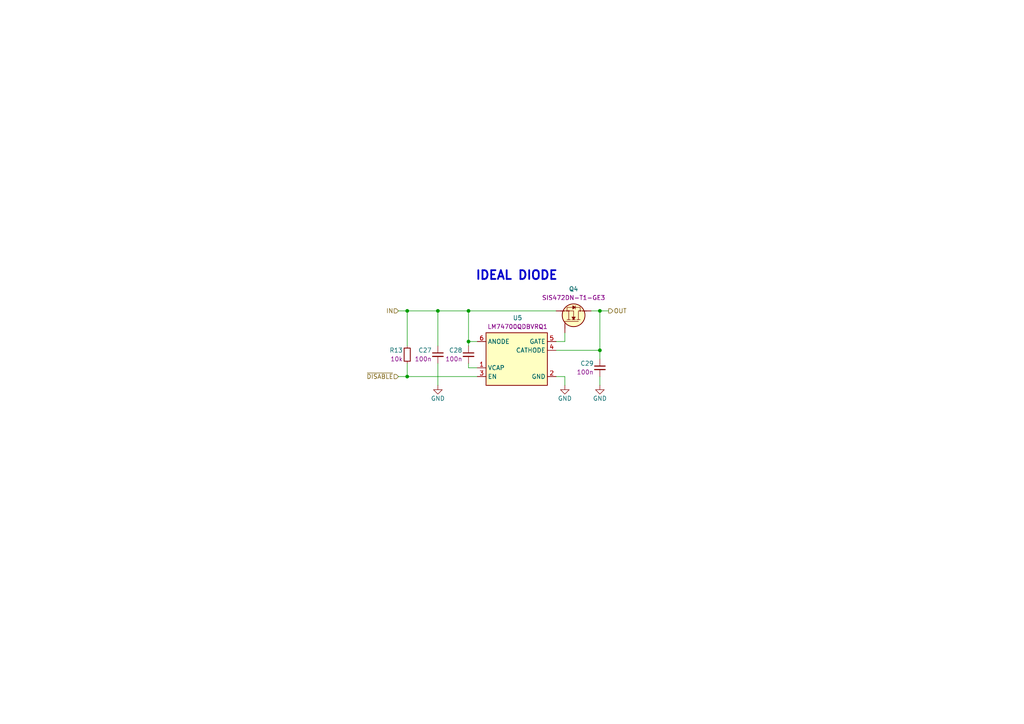
<source format=kicad_sch>
(kicad_sch (version 20250114) (generator "eeschema") (generator_version "9.0")
  (paper "A4")
  (title_block (title "ModuCard CM5 module") (date "2025-07-05") (rev "1.0.0") (company "KoNaR") (comment 1 "Project author: Dominik Pluta"))
  (lib_symbols
    (symbol "DW-ICs:LM74700QDBVRQ1"
      (property "Reference" "U" (at 35.56 0 0))
      (property "MPN" "LM74700QDBVRQ1" (at 35.56 -15.24 0))
      (symbol "LM74700QDBVRQ1_1_1"
        (rectangle (start 2.54 2.54) (end 20.32 -12.7) (stroke (width 0.254)) (fill (type background)))
        (pin power_in line (at 0 0 0) (length 2.54) (name "ANODE") (number "6"))
        (pin passive line (at 0 -7.62 0) (length 2.54) (name "VCAP") (number "1"))
        (pin input line (at 0 -10.16 0) (length 2.54) (name "EN") (number "3"))
        (pin output line (at 22.86 0 180) (length 2.54) (name "GATE") (number "5"))
        (pin passive line (at 22.86 -2.54 180) (length 2.54) (name "CATHODE") (number "4"))
        (pin power_in line (at 22.86 -10.16 180) (length 2.54) (name "GND") (number "2"))
      )
    )
    (symbol "DW-capacitors:C-100n-0402" (pin_numbers (hide yes)) (pin_names (hide yes))
      (property "Reference" "C" (at 12.7 0 0))
      (property "Val" "100n" (at 12.7 -20.32 0))
      (symbol "C-100n-0402_0_1"
        (polyline (pts (xy 2.032 -1.524) (xy 2.032 1.524)) (stroke (width 0.3048)))
        (polyline (pts (xy 3.048 -1.524) (xy 3.048 1.524)) (stroke (width 0.3302)))
      )
      (symbol "C-100n-0402_1_1"
        (pin passive line (at 0 0 0) (length 2.032) (name "~") (number "1"))
        (pin passive line (at 5.08 0 180) (length 2.032) (name "~") (number "2"))
      )
    )
    (symbol "DW-power-symbols:GND" (power) (pin_numbers (hide yes)) (pin_names (offset 0) (hide yes))
      (property "Value" "GND" (at 0 -3.81 0))
      (symbol "GND_0_1"
        (polyline (pts (xy 0 0) (xy 0 -1.27) (xy 1.27 -1.27) (xy 0 -2.54) (xy -1.27 -1.27) (xy 0 -1.27)))
      )
      (symbol "GND_1_1"
        (pin power_in line (at 0 0 270) (length 0) (name "~") (number "1"))
      )
    )
    (symbol "DW-resistors:R-10k-0402" (pin_numbers (hide yes)) (pin_names (offset 0) (hide yes))
      (property "Reference" "R" (at 12.7 0 0))
      (property "Val" "10k" (at 12.7 -20.32 0))
      (symbol "R-10k-0402_0_1"
        (rectangle (start 0.635 0.889) (end 4.445 -0.889) (stroke (width 0.254)))
      )
      (symbol "R-10k-0402_1_1"
        (pin passive line (at 0 0 0) (length 0.635) (name "~") (number "1"))
        (pin passive line (at 5.08 0 180) (length 0.635) (name "~") (number "2"))
      )
    )
    (symbol "DW-transistors:SIS472DN-T1-GE3" (pin_numbers (hide yes)) (pin_names (offset 0) (hide yes))
      (property "Reference" "Q" (at 10.16 0 0))
      (property "MPN" "SIS472DN-T1-GE3" (at 10.16 -15.24 0))
      (symbol "SIS472DN-T1-GE3_1_1"
        (polyline (pts (xy 1.27 0) (xy 3.302 0) (xy 3.302 3.937)) (stroke (width 0.1524)))
        (polyline (pts (xy 3.81 4.445) (xy 3.81 3.429)) (stroke (width 0.1524)) (fill (type background)))
        (polyline (pts (xy 3.81 2.54) (xy 3.81 3.048)) (stroke (width 0.1524)) (fill (type background)))
        (polyline (pts (xy 3.81 2.54) (xy 3.81 2.032)) (stroke (width 0.1524)) (fill (type background)))
        (polyline (pts (xy 3.81 2.54) (xy 4.572 3.048) (xy 4.572 2.032) (xy 3.81 2.54)) (stroke (width 0.1524)) (fill (type outline)))
        (polyline (pts (xy 3.81 1.143) (xy 3.81 1.651)) (stroke (width 0.1524)) (fill (type background)))
        (polyline (pts (xy 3.81 1.143) (xy 3.81 0.635)) (stroke (width 0.1524)) (fill (type background)))
        (circle (center 5.08 2.54) (radius 3.302) (stroke (width 0.254)) (fill (type background)))
        (polyline (pts (xy 6.223 0.635) (xy 7.366 0.635) (xy 7.366 3.937) (xy 7.366 4.445) (xy 6.223 4.445)) (stroke (width 0.1524)))
        (polyline (pts (xy 6.35 6.35) (xy 6.35 3.937) (xy 3.81 3.937)) (stroke (width 0.1524)))
        (circle (center 6.35 4.445) (radius 0.127) (stroke (width 0.1524)) (fill (type background)))
        (polyline (pts (xy 6.35 1.143) (xy 3.81 1.143)) (stroke (width 0.1524)) (fill (type background)))
        (circle (center 6.35 1.143) (radius 0.127) (stroke (width 0.1524)) (fill (type background)))
        (circle (center 6.35 0.635) (radius 0.127) (stroke (width 0.1524)) (fill (type background)))
        (polyline (pts (xy 6.35 -1.27) (xy 6.35 2.54) (xy 3.81 2.54)) (stroke (width 0.1524)))
        (polyline (pts (xy 7.366 3.048) (xy 6.858 2.286) (xy 7.874 2.286) (xy 7.366 3.048)) (stroke (width 0.1524)) (fill (type outline)))
        (polyline (pts (xy 7.874 3.048) (xy 6.858 3.048)) (stroke (width 0.1524)) (fill (type background)))
        (pin passive line (at 0 0 0) (length 2.54) (name "G") (number "4"))
        (pin passive line (at 6.35 7.62 270) (length 2.54) (name "D") (number "5"))
        (pin passive line (at 6.35 -2.54 90) (length 2.54) (name "S") (number "1"))
        (pin passive line (at 6.35 -2.54 90) (length 2.54) (hide yes) (name "S") (number "2"))
        (pin passive line (at 6.35 -2.54 90) (length 2.54) (hide yes) (name "S") (number "3"))
      )
    )
  )
  (text "IDEAL DIODE" (at 149.86 80.01 0) (effects (font (size 2.54 2.54) (bold yes))))
  (junction (at 118.11 90.17))
  (junction (at 173.99 101.6))
  (junction (at 173.99 90.17))
  (junction (at 127 90.17))
  (junction (at 135.89 99.06))
  (junction (at 135.89 90.17))
  (junction (at 118.11 109.22))
  (wire (pts (xy 118.11 90.17) (xy 118.11 100.33)))
  (wire (pts (xy 171.45 90.17) (xy 173.99 90.17)))
  (wire (pts (xy 163.83 109.22) (xy 163.83 111.76)))
  (wire (pts (xy 173.99 90.17) (xy 173.99 101.6)))
  (wire (pts (xy 118.11 109.22) (xy 138.43 109.22)))
  (wire (pts (xy 118.11 105.41) (xy 118.11 109.22)))
  (wire (pts (xy 173.99 101.6) (xy 173.99 104.14)))
  (wire (pts (xy 115.57 109.22) (xy 118.11 109.22)))
  (wire (pts (xy 173.99 109.22) (xy 173.99 111.76)))
  (wire (pts (xy 127 105.41) (xy 127 111.76)))
  (wire (pts (xy 161.29 109.22) (xy 163.83 109.22)))
  (wire (pts (xy 163.83 96.52) (xy 163.83 99.06)))
  (wire (pts (xy 135.89 99.06) (xy 135.89 100.33)))
  (wire (pts (xy 138.43 99.06) (xy 135.89 99.06)))
  (wire (pts (xy 173.99 90.17) (xy 176.53 90.17)))
  (wire (pts (xy 127 90.17) (xy 135.89 90.17)))
  (wire (pts (xy 135.89 106.68) (xy 138.43 106.68)))
  (wire (pts (xy 127 90.17) (xy 127 100.33)))
  (wire (pts (xy 135.89 105.41) (xy 135.89 106.68)))
  (wire (pts (xy 163.83 99.06) (xy 161.29 99.06)))
  (wire (pts (xy 161.29 101.6) (xy 173.99 101.6)))
  (wire (pts (xy 118.11 90.17) (xy 127 90.17)))
  (wire (pts (xy 115.57 90.17) (xy 118.11 90.17)))
  (wire (pts (xy 135.89 90.17) (xy 135.89 99.06)))
  (wire (pts (xy 135.89 90.17) (xy 161.29 90.17)))
  (hierarchical_label "OUT" (shape output) (at 176.53 90.17 0))
  (hierarchical_label "~{DISABLE}" (shape input) (at 115.57 109.22 180))
  (hierarchical_label "IN" (shape input) (at 115.57 90.17 180))
  (symbol (lib_id "DW-transistors:SIS472DN-T1-GE3") (at 163.83 96.52 270) (mirror x) (unit 1)
    (property "Reference" "Q2" (at 166.37 83.82 90))
    (property "Value" "SIS472DN-T1-GE3" (effects (hide yes)))
    (property "Footprint" "DW-footprints:PowerPAK-1212-8_Single" (effects (hide yes)))
    (property "Datasheet" "https://www.lcsc.com/datasheet/C727441.pdf" (effects (hide yes)))
    (property "Description" "30V 8.9mΩ@10V,15A 2.5V 1 N-Channel PowerPAK1212-8 MOSFETs ROHS" (effects (hide yes)))
    (property "Manufacturer" "VISHAY" (effects (hide yes)))
    (property "MPN" "SIS472DN-T1-GE3" (at 166.37 86.36 90))
    (property "LCSC" "C727441" (effects (hide yes)))
    (property "Id" "20A" (effects (hide yes)))
    (property "Vds" "30V" (effects (hide yes)))
    (property "Vgs" "20V" (effects (hide yes)))
    (property "Rds(on)" "8.9mΩ" (effects (hide yes)))
    (instances (project "cm5-module" (path "" (reference "Q4") (unit 1)) (path "" (reference "Q2") (unit 1)) (path "" (reference "Q3") (unit 1))))
  )
  (symbol (lib_id "DW-power-symbols:GND") (at 127 111.76 0) (unit 1)
    (property "Reference" "#PWR045" (effects (hide yes)))
    (property "Value" "GND" (at 127 115.57 0))
    (property "Description" "Power symbol creates a global label with name \"GND\" , ground" (effects (hide yes)))
    (instances (project "cm5-module" (path "" (reference "#PWR051") (unit 1)) (path "" (reference "#PWR045") (unit 1)) (path "" (reference "#PWR048") (unit 1))))
  )
  (symbol (lib_id "DW-capacitors:C-100n-0402") (at 127 100.33 90) (mirror x) (unit 1)
    (property "Reference" "C21" (at 125.222 101.6 90) (effects (justify left)))
    (property "Value" "C-100n-0402" (effects (hide yes)))
    (property "Footprint" "DW-footprints:C_0402_1005Metric" (effects (hide yes)))
    (property "Datasheet" "https://lcsc.com/datasheet/lcsc_datasheet_2304140030_Samsung-Electro-Mechanics-CL05B104KB54PNC_C307331.pdf" (effects (hide yes)))
    (property "Description" "50V 100nF X7R ±10% 0402 Multilayer Ceramic Capacitors MLCC - SMD/SMT ROHS" (effects (hide yes)))
    (property "Manufacturer" "Samsung Electro-Mechanics" (effects (hide yes)))
    (property "MPN" "CL05B104KB54PNC" (effects (hide yes)))
    (property "LCSC" "C307331" (effects (hide yes)))
    (property "Val" "100n" (at 125.222 104.14 90) (effects (justify left)))
    (property "Tolerance" "10%" (effects (hide yes)))
    (property "Voltage" "50V" (effects (hide yes)))
    (property "Dielectric" "X7R" (effects (hide yes)))
    (instances (project "cm5-module" (path "" (reference "C27") (unit 1)) (path "" (reference "C21") (unit 1)) (path "" (reference "C24") (unit 1))))
  )
  (symbol (lib_id "DW-capacitors:C-100n-0402") (at 135.89 100.33 90) (mirror x) (unit 1)
    (property "Reference" "C22" (at 134.112 101.6 90) (effects (justify left)))
    (property "Value" "C-100n-0402" (effects (hide yes)))
    (property "Footprint" "DW-footprints:C_0402_1005Metric" (effects (hide yes)))
    (property "Datasheet" "https://lcsc.com/datasheet/lcsc_datasheet_2304140030_Samsung-Electro-Mechanics-CL05B104KB54PNC_C307331.pdf" (effects (hide yes)))
    (property "Description" "50V 100nF X7R ±10% 0402 Multilayer Ceramic Capacitors MLCC - SMD/SMT ROHS" (effects (hide yes)))
    (property "Manufacturer" "Samsung Electro-Mechanics" (effects (hide yes)))
    (property "MPN" "CL05B104KB54PNC" (effects (hide yes)))
    (property "LCSC" "C307331" (effects (hide yes)))
    (property "Val" "100n" (at 134.112 104.14 90) (effects (justify left)))
    (property "Tolerance" "10%" (effects (hide yes)))
    (property "Voltage" "50V" (effects (hide yes)))
    (property "Dielectric" "X7R" (effects (hide yes)))
    (instances (project "cm5-module" (path "" (reference "C28") (unit 1)) (path "" (reference "C22") (unit 1)) (path "" (reference "C25") (unit 1))))
  )
  (symbol (lib_id "DW-capacitors:C-100n-0402") (at 173.99 104.14 90) (mirror x) (unit 1)
    (property "Reference" "C23" (at 172.212 105.41 90) (effects (justify left)))
    (property "Value" "C-100n-0402" (effects (hide yes)))
    (property "Footprint" "DW-footprints:C_0402_1005Metric" (effects (hide yes)))
    (property "Datasheet" "https://lcsc.com/datasheet/lcsc_datasheet_2304140030_Samsung-Electro-Mechanics-CL05B104KB54PNC_C307331.pdf" (effects (hide yes)))
    (property "Description" "50V 100nF X7R ±10% 0402 Multilayer Ceramic Capacitors MLCC - SMD/SMT ROHS" (effects (hide yes)))
    (property "Manufacturer" "Samsung Electro-Mechanics" (effects (hide yes)))
    (property "MPN" "CL05B104KB54PNC" (effects (hide yes)))
    (property "LCSC" "C307331" (effects (hide yes)))
    (property "Val" "100n" (at 172.212 107.95 90) (effects (justify left)))
    (property "Tolerance" "10%" (effects (hide yes)))
    (property "Voltage" "50V" (effects (hide yes)))
    (property "Dielectric" "X7R" (effects (hide yes)))
    (instances (project "cm5-module" (path "" (reference "C29") (unit 1)) (path "" (reference "C23") (unit 1)) (path "" (reference "C26") (unit 1))))
  )
  (symbol (lib_id "DW-ICs:LM74700QDBVRQ1") (at 138.43 99.06 0) (unit 1)
    (property "Reference" "U3" (at 150.114 92.202 0))
    (property "Value" "LM74700QDBVRQ1" (effects (hide yes)))
    (property "Footprint" "DW-footprints:SOT-23-6" (effects (hide yes)))
    (property "Datasheet" "https://www.ti.com/lit/ds/symlink/lm74700-q1.pdf" (effects (hide yes)))
    (property "Description" "Low IQ Battery Reverse Protection Ideal Diode Controller" (effects (hide yes)))
    (property "Manufacturer" "Texas Instruments" (effects (hide yes)))
    (property "MPN" "LM74700QDBVRQ1" (at 150.114 94.742 0))
    (property "LCSC" "C2941042" (effects (hide yes)))
    (instances (project "cm5-module" (path "" (reference "U5") (unit 1)) (path "" (reference "U3") (unit 1)) (path "" (reference "U4") (unit 1))))
  )
  (symbol (lib_id "DW-resistors:R-10k-0402") (at 118.11 105.41 270) (mirror x) (unit 1)
    (property "Reference" "R11" (at 116.84 101.6 90) (effects (justify right)))
    (property "Value" "R-10k-0402" (effects (hide yes)))
    (property "Footprint" "DW-footprints:R_0402_1005Metric" (effects (hide yes)))
    (property "Datasheet" "https://lcsc.com/datasheet/lcsc_datasheet_2411221126_UNI-ROYAL-Uniroyal-Elec-0402WGF1002TCE_C25744.pdf" (effects (hide yes)))
    (property "Description" "62.5mW Thick Film Resistor 50V ±100ppm/℃ ±1% 10kΩ 0402 Chip Resistor - Surface Mount ROHS" (effects (hide yes)))
    (property "Manufacturer" "UNI-ROYAL(Uniroyal Elec)" (effects (hide yes)))
    (property "MPN" "0402WGF1002TCE" (effects (hide yes)))
    (property "LCSC" "C25744" (effects (hide yes)))
    (property "Val" "10k" (at 116.84 104.14 90) (effects (justify right)))
    (property "Tolerance" "1%" (effects (hide yes)))
    (instances (project "cm5-module" (path "" (reference "R13") (unit 1)) (path "" (reference "R11") (unit 1)) (path "" (reference "R12") (unit 1))))
  )
  (symbol (lib_id "DW-power-symbols:GND") (at 173.99 111.76 0) (unit 1)
    (property "Reference" "#PWR047" (effects (hide yes)))
    (property "Value" "GND" (at 173.99 115.57 0))
    (property "Description" "Power symbol creates a global label with name \"GND\" , ground" (effects (hide yes)))
    (instances (project "cm5-module" (path "" (reference "#PWR053") (unit 1)) (path "" (reference "#PWR047") (unit 1)) (path "" (reference "#PWR050") (unit 1))))
  )
  (symbol (lib_id "DW-power-symbols:GND") (at 163.83 111.76 0) (unit 1)
    (property "Reference" "#PWR046" (effects (hide yes)))
    (property "Value" "GND" (at 163.83 115.57 0))
    (property "Description" "Power symbol creates a global label with name \"GND\" , ground" (effects (hide yes)))
    (instances (project "cm5-module" (path "" (reference "#PWR052") (unit 1)) (path "" (reference "#PWR046") (unit 1)) (path "" (reference "#PWR049") (unit 1))))
  )
)
</source>
